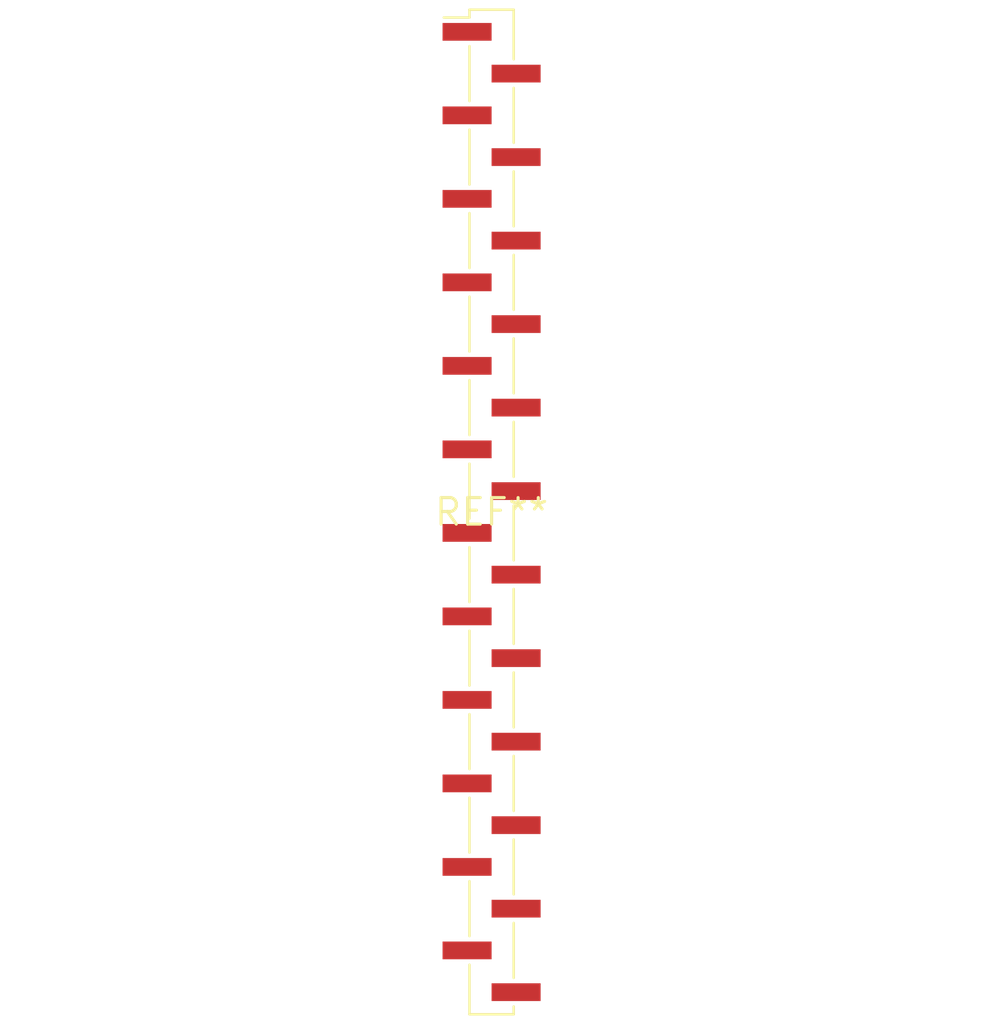
<source format=kicad_pcb>
(kicad_pcb (version 20240108) (generator pcbnew)
  (layers (0 "F.Cu" signal) (31 "B.Cu" signal) (34 "B.Paste" user) (35 "F.Paste" user) (36 "B.SilkS" user "B.Silkscreen") (37 "F.SilkS" user "F.Silkscreen") (38 "B.Mask" user) (39 "F.Mask" user) (44 "Edge.Cuts" user))
  (net 0 "")
  (footprint "PinHeader_1x24_P2.00mm_Vertical_SMD_Pin1Left" (layer "F.Cu") (at 0 0)
    (property "Reference" "REF**")
    (property "Value" "PinHeader_1x24_P2.00mm_Vertical_SMD_Pin1Left")
    (fp_line (start -1.06 -24.06) (end -1.06 -23.685) (layer "F.SilkS") (stroke (width 0.12)))
    (fp_line (start -1.06 -24.06) (end 1.06 -24.06) (layer "F.SilkS") (stroke (width 0.12)))
    (fp_line (start -1.06 -23.685) (end -2.29 -23.685) (layer "F.SilkS") (stroke (width 0.12)))
    (fp_line (start -1.06 -22.315) (end -1.06 -19.685) (layer "F.SilkS") (stroke (width 0.12)))
    (fp_line (start -1.06 -18.315) (end -1.06 -15.685) (layer "F.SilkS") (stroke (width 0.12)))
    (fp_line (start -1.06 -14.315) (end -1.06 -11.685) (layer "F.SilkS") (stroke (width 0.12)))
    (fp_line (start -1.06 -10.315) (end -1.06 -7.685) (layer "F.SilkS") (stroke (width 0.12)))
    (fp_line (start -1.06 -6.315) (end -1.06 -3.685) (layer "F.SilkS") (stroke (width 0.12)))
    (fp_line (start -1.06 -2.315) (end -1.06 0.315) (layer "F.SilkS") (stroke (width 0.12)))
    (fp_line (start -1.06 1.685) (end -1.06 4.315) (layer "F.SilkS") (stroke (width 0.12)))
    (fp_line (start -1.06 5.685) (end -1.06 8.315) (layer "F.SilkS") (stroke (width 0.12)))
    (fp_line (start -1.06 9.685) (end -1.06 12.315) (layer "F.SilkS") (stroke (width 0.12)))
    (fp_line (start -1.06 13.685) (end -1.06 16.315) (layer "F.SilkS") (stroke (width 0.12)))
    (fp_line (start -1.06 17.685) (end -1.06 20.315) (layer "F.SilkS") (stroke (width 0.12)))
    (fp_line (start -1.06 21.685) (end -1.06 24.06) (layer "F.SilkS") (stroke (width 0.12)))
    (fp_line (start -1.06 24.06) (end 1.06 24.06) (layer "F.SilkS") (stroke (width 0.12)))
    (fp_line (start 1.06 -24.06) (end 1.06 -21.685) (layer "F.SilkS") (stroke (width 0.12)))
    (fp_line (start 1.06 -20.315) (end 1.06 -17.685) (layer "F.SilkS") (stroke (width 0.12)))
    (fp_line (start 1.06 -16.315) (end 1.06 -13.685) (layer "F.SilkS") (stroke (width 0.12)))
    (fp_line (start 1.06 -12.315) (end 1.06 -9.685) (layer "F.SilkS") (stroke (width 0.12)))
    (fp_line (start 1.06 -8.315) (end 1.06 -5.685) (layer "F.SilkS") (stroke (width 0.12)))
    (fp_line (start 1.06 -4.315) (end 1.06 -1.685) (layer "F.SilkS") (stroke (width 0.12)))
    (fp_line (start 1.06 -0.315) (end 1.06 2.315) (layer "F.SilkS") (stroke (width 0.12)))
    (fp_line (start 1.06 3.685) (end 1.06 6.315) (layer "F.SilkS") (stroke (width 0.12)))
    (fp_line (start 1.06 7.685) (end 1.06 10.315) (layer "F.SilkS") (stroke (width 0.12)))
    (fp_line (start 1.06 11.685) (end 1.06 14.315) (layer "F.SilkS") (stroke (width 0.12)))
    (fp_line (start 1.06 15.685) (end 1.06 18.315) (layer "F.SilkS") (stroke (width 0.12)))
    (fp_line (start 1.06 19.685) (end 1.06 22.315) (layer "F.SilkS") (stroke (width 0.12)))
    (fp_line (start 1.06 23.685) (end 1.06 24.06) (layer "F.SilkS") (stroke (width 0.12)))
    (pad "1" smd rect (at -1.175 -23) (size 2.35 0.85) (layers "F.Cu" "F.Paste" "F.Mask"))
    (pad "2" smd rect (at 1.175 -21) (size 2.35 0.85) (layers "F.Cu" "F.Paste" "F.Mask"))
    (pad "3" smd rect (at -1.175 -19) (size 2.35 0.85) (layers "F.Cu" "F.Paste" "F.Mask"))
    (pad "4" smd rect (at 1.175 -17) (size 2.35 0.85) (layers "F.Cu" "F.Paste" "F.Mask"))
    (pad "5" smd rect (at -1.175 -15) (size 2.35 0.85) (layers "F.Cu" "F.Paste" "F.Mask"))
    (pad "6" smd rect (at 1.175 -13) (size 2.35 0.85) (layers "F.Cu" "F.Paste" "F.Mask"))
    (pad "7" smd rect (at -1.175 -11) (size 2.35 0.85) (layers "F.Cu" "F.Paste" "F.Mask"))
    (pad "8" smd rect (at 1.175 -9) (size 2.35 0.85) (layers "F.Cu" "F.Paste" "F.Mask"))
    (pad "9" smd rect (at -1.175 -7) (size 2.35 0.85) (layers "F.Cu" "F.Paste" "F.Mask"))
    (pad "10" smd rect (at 1.175 -5) (size 2.35 0.85) (layers "F.Cu" "F.Paste" "F.Mask"))
    (pad "11" smd rect (at -1.175 -3) (size 2.35 0.85) (layers "F.Cu" "F.Paste" "F.Mask"))
    (pad "12" smd rect (at 1.175 -1) (size 2.35 0.85) (layers "F.Cu" "F.Paste" "F.Mask"))
    (pad "13" smd rect (at -1.175 1) (size 2.35 0.85) (layers "F.Cu" "F.Paste" "F.Mask"))
    (pad "14" smd rect (at 1.175 3) (size 2.35 0.85) (layers "F.Cu" "F.Paste" "F.Mask"))
    (pad "15" smd rect (at -1.175 5) (size 2.35 0.85) (layers "F.Cu" "F.Paste" "F.Mask"))
    (pad "16" smd rect (at 1.175 7) (size 2.35 0.85) (layers "F.Cu" "F.Paste" "F.Mask"))
    (pad "17" smd rect (at -1.175 9) (size 2.35 0.85) (layers "F.Cu" "F.Paste" "F.Mask"))
    (pad "18" smd rect (at 1.175 11) (size 2.35 0.85) (layers "F.Cu" "F.Paste" "F.Mask"))
    (pad "19" smd rect (at -1.175 13) (size 2.35 0.85) (layers "F.Cu" "F.Paste" "F.Mask"))
    (pad "20" smd rect (at 1.175 15) (size 2.35 0.85) (layers "F.Cu" "F.Paste" "F.Mask"))
    (pad "21" smd rect (at -1.175 17) (size 2.35 0.85) (layers "F.Cu" "F.Paste" "F.Mask"))
    (pad "22" smd rect (at 1.175 19) (size 2.35 0.85) (layers "F.Cu" "F.Paste" "F.Mask"))
    (pad "23" smd rect (at -1.175 21) (size 2.35 0.85) (layers "F.Cu" "F.Paste" "F.Mask"))
    (pad "24" smd rect (at 1.175 23) (size 2.35 0.85) (layers "F.Cu" "F.Paste" "F.Mask"))
  )
)
</source>
